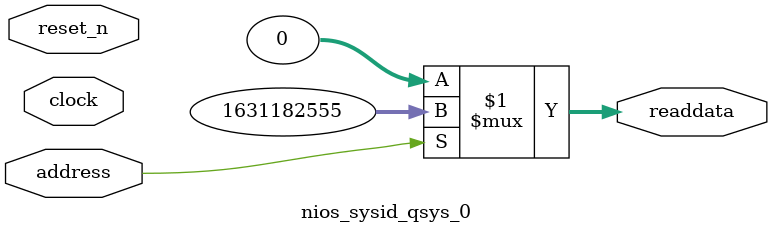
<source format=v>

`timescale 1ns / 1ps
// synthesis translate_on

// turn off superfluous verilog processor warnings 
// altera message_level Level1 
// altera message_off 10034 10035 10036 10037 10230 10240 10030 

module nios_sysid_qsys_0 (
               // inputs:
                address,
                clock,
                reset_n,

               // outputs:
                readdata
             )
;

  output  [ 31: 0] readdata;
  input            address;
  input            clock;
  input            reset_n;

  wire    [ 31: 0] readdata;
  //control_slave, which is an e_avalon_slave
  assign readdata = address ? 1631182555 : 0;

endmodule




</source>
